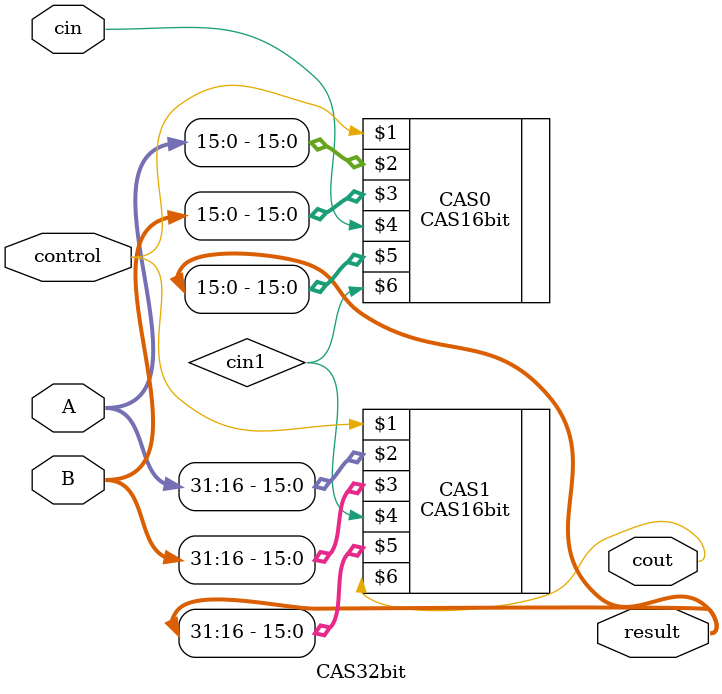
<source format=v>
module CAS32bit(control, A, B , cin, result, cout);
    input [31:0] A, B;
    input control, cin;
    output [31:0] result;
    output cout;
    wire cin1;

    CAS16bit CAS0 (control, A[15:0], B[15:0], cin, result[15:0], cin1);
    CAS16bit CAS1 (control, A[31:16], B[31:16], cin1, result[31:16], cout);
endmodule
</source>
